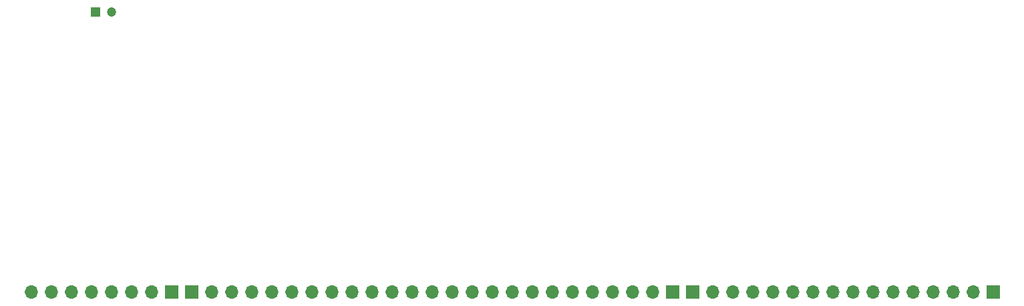
<source format=gbs>
%TF.GenerationSoftware,KiCad,Pcbnew,7.0.5*%
%TF.CreationDate,2024-02-06T11:47:55+02:00*%
%TF.ProjectId,W65C816 Debug Display,57363543-3831-4362-9044-656275672044,rev?*%
%TF.SameCoordinates,Original*%
%TF.FileFunction,Soldermask,Bot*%
%TF.FilePolarity,Negative*%
%FSLAX46Y46*%
G04 Gerber Fmt 4.6, Leading zero omitted, Abs format (unit mm)*
G04 Created by KiCad (PCBNEW 7.0.5) date 2024-02-06 11:47:55*
%MOMM*%
%LPD*%
G01*
G04 APERTURE LIST*
%ADD10R,1.200000X1.200000*%
%ADD11C,1.200000*%
%ADD12O,1.700000X1.700000*%
%ADD13R,1.700000X1.700000*%
G04 APERTURE END LIST*
D10*
%TO.C,C3*%
X53562500Y-56197500D03*
D11*
X55562500Y-56197500D03*
%TD*%
D12*
%TO.C,J3*%
X131762500Y-91757500D03*
X134302500Y-91757500D03*
X136842500Y-91757500D03*
X139382500Y-91757500D03*
X141922500Y-91757500D03*
X144462500Y-91757500D03*
X147002500Y-91757500D03*
X149542500Y-91757500D03*
X152082500Y-91757500D03*
X154622500Y-91757500D03*
X157162500Y-91757500D03*
X159702500Y-91757500D03*
X162242500Y-91757500D03*
X164782500Y-91757500D03*
D13*
X167322500Y-91757500D03*
%TD*%
%TO.C,J4*%
X65722500Y-91757500D03*
%TD*%
%TO.C,J5*%
X129222500Y-91757500D03*
%TD*%
%TO.C,J1*%
X126682500Y-91757500D03*
D12*
X124142500Y-91757500D03*
X121602500Y-91757500D03*
X119062500Y-91757500D03*
X116522500Y-91757500D03*
X113982500Y-91757500D03*
X111442500Y-91757500D03*
X108902500Y-91757500D03*
X106362500Y-91757500D03*
X103822500Y-91757500D03*
X101282500Y-91757500D03*
X98742500Y-91757500D03*
X96202500Y-91757500D03*
X93662500Y-91757500D03*
X91122500Y-91757500D03*
X88582500Y-91757500D03*
X86042500Y-91757500D03*
X83502500Y-91757500D03*
X80962500Y-91757500D03*
X78422500Y-91757500D03*
X75882500Y-91757500D03*
X73342500Y-91757500D03*
X70802500Y-91757500D03*
X68262500Y-91757500D03*
%TD*%
%TO.C,J2*%
X45402500Y-91757500D03*
X47942500Y-91757500D03*
X50482500Y-91757500D03*
X53022500Y-91757500D03*
X55562500Y-91757500D03*
X58102500Y-91757500D03*
X60642500Y-91757500D03*
D13*
X63182500Y-91757500D03*
%TD*%
M02*

</source>
